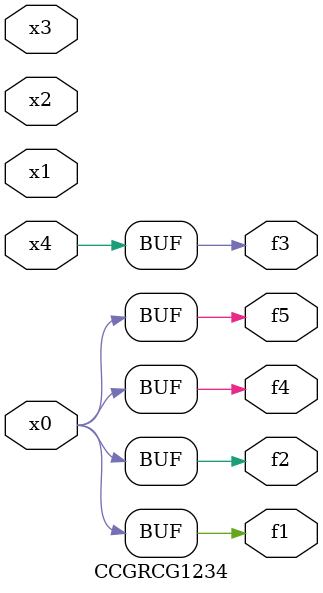
<source format=v>
module CCGRCG1234(
	input x0, x1, x2, x3, x4,
	output f1, f2, f3, f4, f5
);
	assign f1 = x0;
	assign f2 = x0;
	assign f3 = x4;
	assign f4 = x0;
	assign f5 = x0;
endmodule

</source>
